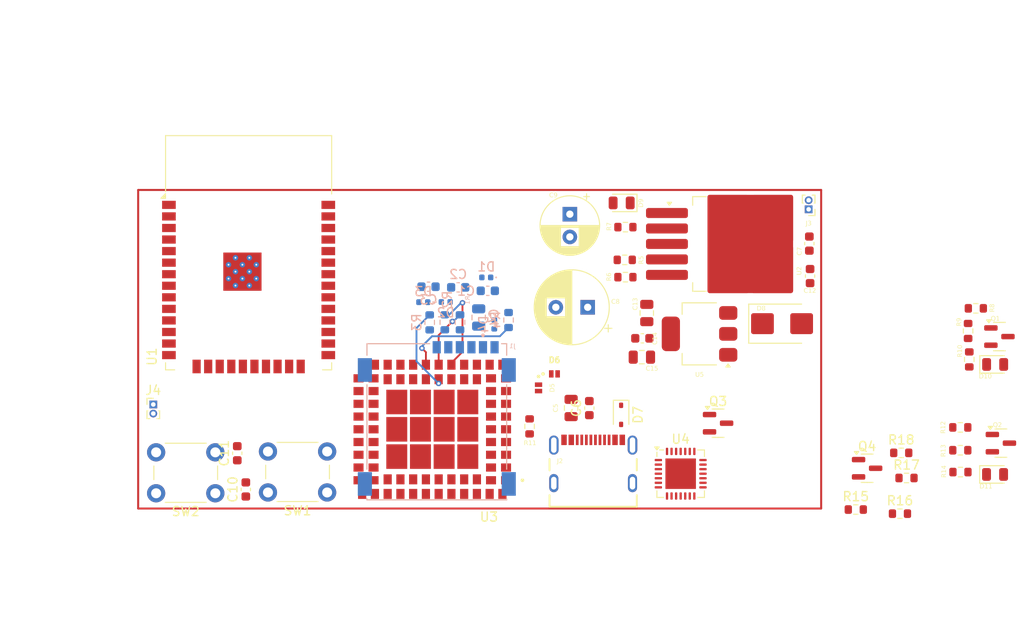
<source format=kicad_pcb>
(kicad_pcb (version 20240108) (generator "pcbnew") (generator_version "8.0")
  (layers (0 "F.Cu" signal) (31 "B.Cu" signal) (34 "B.Paste" user) (35 "F.Paste" user) (36 "B.SilkS" user "B.Silkscreen") (37 "F.SilkS" user "F.Silkscreen") (38 "B.Mask" user) (39 "F.Mask" user) (44 "Edge.Cuts" user))
  (net 0 "")
  (net 27 "/usb and sim/VBUS")
  (net 30 "Net-(D1-A1)")
  (net 31 "Net-(D1-A2)")
  (net 32 "Net-(D2-A2)")
  (net 33 "Net-(D3-A2)")
  (net 34 "/usb and sim/SIM1_VDD")
  (net 35 "GND")
  (net 36 "Net-(D8-K)")
  (net 37 "VBAT")
  (net 38 "Net-(D8-A)")
  (net 40 "Net-(D9-K)")
  (net 45 "/usb and sim/SIM1_RST")
  (net 46 "/usb and sim/SIM1_DATA")
  (net 47 "/usb and sim/SIM1_CLK")
  (net 48 "Net-(U2-ADJ)")
  (net 49 "Net-(D10-K)")
  (net 50 "/usb and sim/VBAT")
  (net 51 "Net-(D11-K)")
  (net 52 "/usb and sim/SIM1_RESET")
  (net 53 "Net-(Q1-C)")
  (net 54 "Net-(Q1-B)")
  (net 55 "Net-(Q2-B)")
  (net 56 "/usb and sim/NETLIGHT")
  (net 57 "Net-(U3-PWRKEY)")
  (net 58 "/usb and sim/STATUS")
  (net 97 "/usb and sim/SIM1_ANT")
  (net 104 "/usb and sim/EN")
  (net 105 "/usb and sim/IO0")
  (net 106 "/esp32/USB_DP")
  (net 107 "/esp32/USB_DM")
  (net 108 "/esp32/EN")
  (net 109 "Net-(Q3-B)")
  (net 110 "/esp32/RTS")
  (net 111 "Net-(Q4-B)")
  (net 112 "/esp32/IO0")
  (net 113 "/esp32/RXD")
  (net 114 "/esp32/TXD0")
  (net 115 "/esp32/TXD")
  (net 116 "/esp32/RXD0")
  (net 135 "Net-(Q2-C)")
  (net 136 "VBUS")
  (net 137 "+3.3V")
  (net 138 "/esp32/DTR")
  (net 139 "SIM1_RXD")
  (net 140 "SIM1_TXD")
  (footprint "Button_Switch_THT:SW_PUSH_6mm_H5mm" (layer "F.Cu") (at 60.6 70.39 180)
    (property "Reference" "SW1")
    (property "Value" "SW_Push")
  )
  (footprint "Diode_SMD:D_SMB" (layer "F.Cu") (at 110.5525 51.84)
    (property "Reference" "D8")
    (property "Value" "SS34")
  )
  (footprint "Capacitor_SMD:C_0603_1608Metric" (layer "F.Cu") (at 89.39 61.12 90)
    (property "Reference" "C6")
    (property "Value" "22p")
  )
  (footprint "Capacitor_SMD:C_0805_2012Metric" (layer "F.Cu") (at 95.16 55.52 180)
    (property "Reference" "C15")
    (property "Value" "10u")
  )
  (footprint "Capacitor_SMD:C_0603_1608Metric" (layer "F.Cu") (at 51.67 70.06 90)
    (property "Reference" "C10")
    (property "Value" "0.1UF/50V")
  )
  (footprint "Resistor_SMD:R_0603_1608Metric" (layer "F.Cu") (at 82.83 63.13 90)
    (property "Reference" "R11")
    (property "Value" "1K5")
  )
  (footprint "Resistor_SMD:R_0603_1608Metric" (layer "F.Cu") (at 130.9825 52.64 -90)
    (property "Reference" "R9")
    (property "Value" "47K")
  )
  (footprint "Resistor_SMD:R_0603_1608Metric" (layer "F.Cu") (at 118.65 72.27)
    (property "Reference" "R15")
    (property "Value" "0R")
  )
  (footprint "Package_TO_SOT_SMD:SOT-23" (layer "F.Cu") (at 103.5275 62.78)
    (property "Reference" "Q3")
    (property "Value" "BC847")
  )
  (footprint "Resistor_SMD:R_0603_1608Metric" (layer "F.Cu") (at 123.64 66.04)
    (property "Reference" "R18")
    (property "Value" "0R")
  )
  (footprint "Resistor_SMD:R_0603_1608Metric" (layer "F.Cu") (at 131.1125 55.77 -90)
    (property "Reference" "R10")
    (property "Value" "470R")
  )
  (footprint "Resistor_SMD:R_0603_1608Metric" (layer "F.Cu") (at 93.35 46.73)
    (property "Reference" "R6")
    (property "Value" "4K7")
  )
  (footprint "Resistor_SMD:R_0603_1608Metric" (layer "F.Cu") (at 130.125 65.75)
    (property "Reference" "R13")
    (property "Value" "47K")
  )
  (footprint "Button_Switch_THT:SW_PUSH_6mm_H5mm" (layer "F.Cu") (at 48.32 70.48 180)
    (property "Reference" "SW2")
    (property "Value" "SW_Push")
  )
  (footprint "Resistor_SMD:R_0603_1608Metric" (layer "F.Cu") (at 93.28 44.83 180)
    (property "Reference" "R5")
    (property "Value" "10K")
  )
  (footprint "Resistor_SMD:R_0603_1608Metric" (layer "F.Cu") (at 124.22 68.8)
    (property "Reference" "R17")
    (property "Value" "0R")
  )
  (footprint "RF_Module:ESP32-WROOM-32" (layer "F.Cu") (at 51.975 47.035)
    (property "Reference" "U1")
    (property "Value" "ESP32-WROOM-32")
  )
  (footprint "LocalLib:GCT_USB4105-GF-A" (layer "F.Cu") (at 89.81 69.365)
    (property "Reference" "J2")
    (property "Value" "USB4105-GF-A")
  )
  (footprint "Package_TO_SOT_SMD:SOT-23" (layer "F.Cu") (at 119.8925 67.73)
    (property "Reference" "Q4")
    (property "Value" "BC847")
  )
  (footprint "Capacitor_SMD:C_0603_1608Metric" (layer "F.Cu") (at 50.73 66.08 90)
    (property "Reference" "C11")
    (property "Value" "0.1UF/50V")
  )
  (footprint "LocalLib:DIO_PESD5V0S1UL,315" (layer "F.Cu") (at 85.56 57.36)
    (property "Reference" "D6")
    (property "Value" "AQ3045-01ETG")
  )
  (footprint "LocalLib:DIO_PESD5V0S1UL,315" (layer "F.Cu") (at 83.8125 58.8975 -90)
    (property "Reference" "D5")
    (property "Value" "AQ3045-01ETG")
  )
  (footprint "Capacitor_SMD:C_0603_1608Metric" (layer "F.Cu") (at 113.63 46.61 90)
    (property "Reference" "C12")
    (property "Value" "100n")
  )
  (footprint "Package_TO_SOT_SMD:SOT-23" (layer "F.Cu") (at 134.585 64.97)
    (property "Reference" "Q2")
    (property "Value" "BC847")
  )
  (footprint "Package_TO_SOT_SMD:SOT-23" (layer "F.Cu") (at 134.4225 53.26)
    (property "Reference" "Q1")
    (property "Value" "BC847")
  )
  (footprint "Capacitor_SMD:C_0603_1608Metric" (layer "F.Cu") (at 113.55 43.04 90)
    (property "Reference" "C7")
    (property "Value" "100n")
  )
  (footprint "Resistor_SMD:R_0603_1608Metric" (layer "F.Cu") (at 93.35 41.23)
    (property "Reference" "R7")
    (property "Value" "470R")
  )
  (footprint "Diode_SMD:D_SOD-323" (layer "F.Cu") (at 92.88 61.8625 -90)
    (property "Reference" "D7")
    (property "Value" "PESD24VL1BA")
  )
  (footprint "Resistor_SMD:R_0603_1608Metric" (layer "F.Cu") (at 131.8325 50.155 180)
    (property "Reference" "R8")
    (property "Value" "4.7K")
  )
  (footprint "Capacitor_SMD:C_0603_1608Metric" (layer "F.Cu") (at 95.21 53.45 180)
    (property "Reference" "C14")
    (property "Value" "100n")
  )
  (footprint "Capacitor_SMD:C_0805_2012Metric" (layer "F.Cu") (at 87.39 61.11 90)
    (property "Reference" "C5")
    (property "Value" "1u")
  )
  (footprint "Package_TO_SOT_SMD:TO-263-5_TabPin3" (layer "F.Cu") (at 105.565 43.08)
    (property "Reference" "U2")
    (property "Value" "MIC29302WU")
  )
  (footprint "Connector_PinHeader_1.00mm:PinHeader_1x02_P1.00mm_Vertical" (layer "F.Cu") (at 41.51 60.72)
    (property "Reference" "J4")
    (property "Value" "Conn_01x02")
  )
  (footprint "LED_SMD:LED_0805_2012Metric" (layer "F.Cu") (at 133.9525 56.32)
    (property "Reference" "D10")
    (property "Value" "NET")
  )
  (footprint "LED_SMD:LED_0805_2012Metric" (layer "F.Cu") (at 92.94 38.57 180)
    (property "Reference" "D9")
    (property "Value" "PWR")
  )
  (footprint "Capacitor_SMD:C_0805_2012Metric" (layer "F.Cu") (at 95.7 50.67 -90)
    (property "Reference" "C13")
    (property "Value" "10u")
  )
  (footprint "Connector_PinHeader_1.00mm:PinHeader_1x02_P1.00mm_Vertical" (layer "F.Cu") (at 113.475 39.275 180)
    (property "Reference" "J3")
    (property "Value" "PWR")
  )
  (footprint "Resistor_SMD:R_0603_1608Metric" (layer "F.Cu") (at 123.5 72.72)
    (property "Reference" "R16")
    (property "Value" "0R")
  )
  (footprint "LocalLib:MODULE_SIM800L" (layer "F.Cu") (at 72.145 63.45 180)
    (property "Reference" "U3")
    (property "Value" "SIM800L")
  )
  (footprint "Package_DFN_QFN:QFN-28-1EP_5x5mm_P0.5mm_EP3.35x3.35mm" (layer "F.Cu") (at 99.42 68.33)
    (property "Reference" "U4")
    (property "Value" "CP2102N-Axx-xQFN28")
  )
  (footprint "Package_TO_SOT_SMD:SOT-223-3_TabPin2" (layer "F.Cu") (at 101.4925 52.9625 180)
    (property "Reference" "U5")
    (property "Value" "LM1117MP-3.3")
  )
  (footprint "LED_SMD:LED_0805_2012Metric" (layer "F.Cu") (at 133.9425 68.41)
    (property "Reference" "D11")
    (property "Value" "STATUS")
  )
  (footprint "Capacitor_THT:CP_Radial_D8.0mm_P3.50mm" (layer "F.Cu") (at 89.21 50.04 180)
    (property "Reference" "C8")
    (property "Value" "100u")
  )
  (footprint "Resistor_SMD:R_0603_1608Metric" (layer "F.Cu") (at 130.1425 68.15)
    (property "Reference" "R14")
    (property "Value" "470R")
  )
  (footprint "Resistor_SMD:R_0603_1608Metric" (layer "F.Cu") (at 130.125 63.24)
    (property "Reference" "R12")
    (property "Value" "4.7K")
  )
  (footprint "Capacitor_THT:CP_Radial_D6.3mm_P2.50mm" (layer "F.Cu") (at 87.25 39.807621 -90)
    (property "Reference" "C9")
    (property "Value" "22u")
  )
  (footprint "Capacitor_SMD:C_0603_1608Metric" (layer "B.Cu") (at 74.99 47.85 180)
    (property "Reference" "C2")
    (property "Value" "8.2p")
  )
  (footprint "Capacitor_SMD:C_0603_1608Metric" (layer "B.Cu") (at 71.73 47.78)
    (property "Reference" "C3")
    (property "Value" "8.2p")
  )
  (footprint "Resistor_SMD:R_0603_1608Metric" (layer "B.Cu") (at 73.52 51.69 -90)
    (property "Reference" "R2")
    (property "Value" "20R")
  )
  (footprint "Resistor_SMD:R_0603_1608Metric" (layer "B.Cu") (at 75.19 51.69 -90)
    (property "Reference" "R1")
    (property "Value" "20R")
  )
  (footprint "Diode_SMD:D_0402_1005Metric" (layer "B.Cu") (at 73.62 49.46)
    (property "Reference" "D2")
    (property "Value" "SPD9103W")
  )
  (footprint "MSIM-2-A:CUI_MSIM-2-A" (layer "B.Cu") (at 72.6425 62.6225 180)
    (property "Reference" "J1")
    (property "Value" "SIM7200-6-0-18-00-X_REVA")
  )
  (footprint "Diode_SMD:D_0402_1005Metric" (layer "B.Cu") (at 78.0725 46.76 180)
    (property "Reference" "D1")
    (property "Value" "SPD9103W")
  )
  (footprint "Diode_SMD:D_0402_1005Metric" (layer "B.Cu") (at 78.9525 51.9275 -90)
    (property "Reference" "D4")
    (property "Value" "SPD9103W")
  )
  (footprint "Resistor_SMD:R_0603_1608Metric" (layer "B.Cu") (at 80.52 51.44 -90)
    (property "Reference" "R4")
    (property "Value" "4.7K")
  )
  (footprint "Resistor_SMD:R_0603_1608Metric" (layer "B.Cu") (at 71.86 51.7 -90)
    (property "Reference" "R3")
    (property "Value" "20R")
  )
  (footprint "Capacitor_SMD:C_0603_1608Metric" (layer "B.Cu") (at 78.24 48.23)
    (property "Reference" "C1")
    (property "Value" "8.2p")
  )
  (footprint "Diode_SMD:D_0402_1005Metric" (layer "B.Cu") (at 71.16 49.48 180)
    (property "Reference" "D3")
    (property "Value" "SPD9103W")
  )
  (footprint "Capacitor_SMD:C_0805_2012Metric" (layer "B.Cu") (at 77.24 51.16 90)
    (property "Reference" "C4")
    (property "Value" "1u")
  )
  (gr_line (start 114.85 37.15) (end 114.85 72.15) (stroke (width 0.2)) (layer "F.Cu") (net 38))
  (gr_line (start 114.85 72.15) (end 39.85 72.15) (stroke (width 0.2)) (layer "F.Cu") (net 38))
  (gr_line (start 39.85 37.15) (end 114.85 37.15) (stroke (width 0.2)) (layer "F.Cu") (net 38))
  (gr_line (start 114.85 72.15) (end 114.85 37.15) (stroke (width 0.2)) (layer "F.Cu") (net 38))
  (gr_line (start 39.85 72.15) (end 39.85 37.15) (stroke (width 0.2)) (layer "F.Cu") (net 38))
  (gr_line (start 39.85 37.15) (end 114.85 37.15) (stroke (width 0.2)) (layer "F.Cu") (net 38))
  (gr_line (start 39.85 37.15) (end 39.85 72.15) (stroke (width 0.2)) (layer "F.Cu") (net 38))
  (gr_line (start 114.85 72.15) (end 39.85 72.15) (stroke (width 0.2)) (layer "F.Cu") (net 38))
  (segment (start 71.445 56.35) (end 71.445 54.975) (width 0.2) (layer "F.Cu") (net 34))
  (segment (start 71.445 54.975) (end 71.01 54.54) (width 0.2) (layer "F.Cu") (net 34))
  (via (at 71.01 54.54) (size 0.6) (drill 0.3) (layers "F.Cu" "B.Cu") (net 34))
  (segment (start 71.01 54.54) (end 71.01 54.33) (width 0.2) (layer "B.Cu") (net 34))
  (segment (start 79.56 53.225) (end 80.52 52.265) (width 0.2) (layer "B.Cu") (net 34))
  (segment (start 71.01 54.33) (end 72.115 53.225) (width 0.2) (layer "B.Cu") (net 34))
  (segment (start 72.115 53.225) (end 79.56 53.225) (width 0.2) (layer "B.Cu") (net 34))
  (segment (start 72.845 53.105) (end 74.36 51.59) (width 0.2) (layer "F.Cu") (net 45))
  (segment (start 72.845 56.35) (end 72.845 53.105) (width 0.2) (layer "F.Cu") (net 45))
  (via (at 74.36 51.59) (size 0.6) (drill 0.3) (layers "F.Cu" "B.Cu") (net 45))
  (segment (start 74.465 51.59) (end 75.19 50.865) (width 0.2) (layer "B.Cu") (net 45))
  (segment (start 74.36 51.59) (end 74.465 51.59) (width 0.2) (layer "B.Cu") (net 45))
  (segment (start 74.245 56.15) (end 75.46 54.935) (width 0.2) (layer "F.Cu") (net 46))
  (segment (start 74.245 56.35) (end 74.245 56.15) (width 0.2) (layer "F.Cu") (net 46))
  (segment (start 75.46 54.935) (end 75.46 49.55) (width 0.2) (layer "F.Cu") (net 46))
  (via (at 75.46 49.55) (size 0.6) (drill 0.3) (layers "F.Cu" "B.Cu") (net 46))
  (segment (start 75.31 49.55) (end 73.995 50.865) (width 0.2) (layer "B.Cu") (net 46))
  (segment (start 75.46 49.55) (end 75.31 49.55) (width 0.2) (layer "B.Cu") (net 46))
  (segment (start 73.995 50.865) (end 73.52 50.865) (width 0.2) (layer "B.Cu") (net 46))
  (segment (start 72.845 57.95) (end 72.845 58.405) (width 0.2) (layer "F.Cu") (net 47))
  (segment (start 72.845 58.405) (end 72.84 58.41) (width 0.2) (layer "F.Cu") (net 47))
  (via (at 72.84 58.41) (size 0.6) (drill 0.3) (layers "F.Cu" "B.Cu") (net 47))
  (segment (start 70.41 52.325) (end 71.86 50.875) (width 0.2) (layer "B.Cu") (net 47))
  (segment (start 72.84 58.41) (end 70.41 55.98) (width 0.2) (layer "B.Cu") (net 47))
  (segment (start 70.41 55.98) (end 70.41 52.325) (width 0.2) (layer "B.Cu") (net 47))
)
</source>
